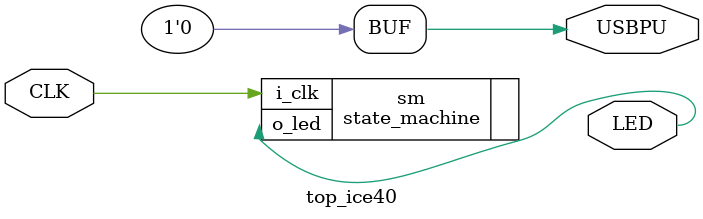
<source format=v>
module top_ice40 (
    input CLK           // 16MHz clock
    , output reg LED    // User/boot LED next to power LED
    , output USBPU      // USB pull-up resistor
);
    // drive USB pull-up resistor to '0' to disable USB
    assign USBPU = 0;

    state_machine 
        #(
            // On the real board, our clock is 16MHz, so in order to see the LED pattern
            // we need to consider how many cycle ticks we should have.  In our case
            // 16*1000*1000 is one second, which is roughly when the 24th bit toggles.
            // We'll use that as our algorithm's tick delay.
            .LED_BLINK_BIT(22),
          
            // We want the blink pattern to be 4 times per update tick, aka 2 bits less.
            .NUM_CYCLES_PER_UPDATE(1 << 24))
        sm(
            .i_clk(CLK),
            .o_led(LED)
        );
endmodule

</source>
